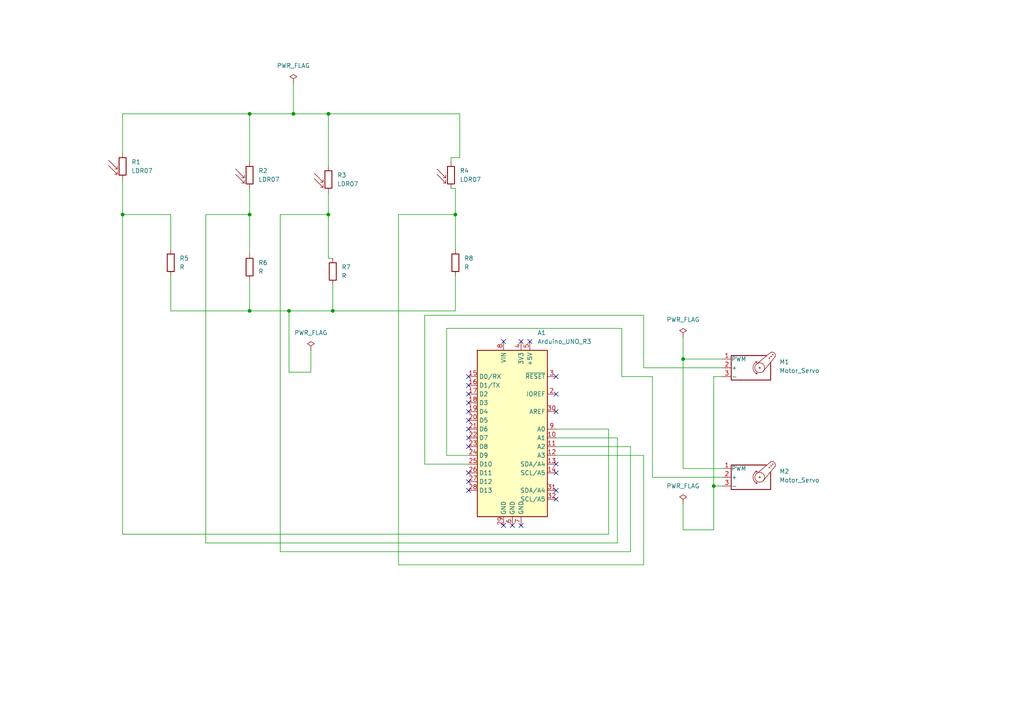
<source format=kicad_sch>
(kicad_sch
	(version 20231120)
	(generator "eeschema")
	(generator_version "8.0")
	(uuid "c1432aaf-7b93-47d0-9cad-4966f71035be")
	(paper "A4")
	(lib_symbols
		(symbol "Device:R"
			(pin_numbers hide)
			(pin_names
				(offset 0)
			)
			(exclude_from_sim no)
			(in_bom yes)
			(on_board yes)
			(property "Reference" "R"
				(at 2.032 0 90)
				(effects
					(font
						(size 1.27 1.27)
					)
				)
			)
			(property "Value" "R"
				(at 0 0 90)
				(effects
					(font
						(size 1.27 1.27)
					)
				)
			)
			(property "Footprint" ""
				(at -1.778 0 90)
				(effects
					(font
						(size 1.27 1.27)
					)
					(hide yes)
				)
			)
			(property "Datasheet" "~"
				(at 0 0 0)
				(effects
					(font
						(size 1.27 1.27)
					)
					(hide yes)
				)
			)
			(property "Description" "Resistor"
				(at 0 0 0)
				(effects
					(font
						(size 1.27 1.27)
					)
					(hide yes)
				)
			)
			(property "ki_keywords" "R res resistor"
				(at 0 0 0)
				(effects
					(font
						(size 1.27 1.27)
					)
					(hide yes)
				)
			)
			(property "ki_fp_filters" "R_*"
				(at 0 0 0)
				(effects
					(font
						(size 1.27 1.27)
					)
					(hide yes)
				)
			)
			(symbol "R_0_1"
				(rectangle
					(start -1.016 -2.54)
					(end 1.016 2.54)
					(stroke
						(width 0.254)
						(type default)
					)
					(fill
						(type none)
					)
				)
			)
			(symbol "R_1_1"
				(pin passive line
					(at 0 3.81 270)
					(length 1.27)
					(name "~"
						(effects
							(font
								(size 1.27 1.27)
							)
						)
					)
					(number "1"
						(effects
							(font
								(size 1.27 1.27)
							)
						)
					)
				)
				(pin passive line
					(at 0 -3.81 90)
					(length 1.27)
					(name "~"
						(effects
							(font
								(size 1.27 1.27)
							)
						)
					)
					(number "2"
						(effects
							(font
								(size 1.27 1.27)
							)
						)
					)
				)
			)
		)
		(symbol "MCU_Module:Arduino_UNO_R3"
			(exclude_from_sim no)
			(in_bom yes)
			(on_board yes)
			(property "Reference" "A"
				(at -10.16 23.495 0)
				(effects
					(font
						(size 1.27 1.27)
					)
					(justify left bottom)
				)
			)
			(property "Value" "Arduino_UNO_R3"
				(at 5.08 -26.67 0)
				(effects
					(font
						(size 1.27 1.27)
					)
					(justify left top)
				)
			)
			(property "Footprint" "Module:Arduino_UNO_R3"
				(at 0 0 0)
				(effects
					(font
						(size 1.27 1.27)
						(italic yes)
					)
					(hide yes)
				)
			)
			(property "Datasheet" "https://www.arduino.cc/en/Main/arduinoBoardUno"
				(at 0 0 0)
				(effects
					(font
						(size 1.27 1.27)
					)
					(hide yes)
				)
			)
			(property "Description" "Arduino UNO Microcontroller Module, release 3"
				(at 0 0 0)
				(effects
					(font
						(size 1.27 1.27)
					)
					(hide yes)
				)
			)
			(property "ki_keywords" "Arduino UNO R3 Microcontroller Module Atmel AVR USB"
				(at 0 0 0)
				(effects
					(font
						(size 1.27 1.27)
					)
					(hide yes)
				)
			)
			(property "ki_fp_filters" "Arduino*UNO*R3*"
				(at 0 0 0)
				(effects
					(font
						(size 1.27 1.27)
					)
					(hide yes)
				)
			)
			(symbol "Arduino_UNO_R3_0_1"
				(rectangle
					(start -10.16 22.86)
					(end 10.16 -25.4)
					(stroke
						(width 0.254)
						(type default)
					)
					(fill
						(type background)
					)
				)
			)
			(symbol "Arduino_UNO_R3_1_1"
				(pin no_connect line
					(at -10.16 -20.32 0)
					(length 2.54) hide
					(name "NC"
						(effects
							(font
								(size 1.27 1.27)
							)
						)
					)
					(number "1"
						(effects
							(font
								(size 1.27 1.27)
							)
						)
					)
				)
				(pin bidirectional line
					(at 12.7 -2.54 180)
					(length 2.54)
					(name "A1"
						(effects
							(font
								(size 1.27 1.27)
							)
						)
					)
					(number "10"
						(effects
							(font
								(size 1.27 1.27)
							)
						)
					)
				)
				(pin bidirectional line
					(at 12.7 -5.08 180)
					(length 2.54)
					(name "A2"
						(effects
							(font
								(size 1.27 1.27)
							)
						)
					)
					(number "11"
						(effects
							(font
								(size 1.27 1.27)
							)
						)
					)
				)
				(pin bidirectional line
					(at 12.7 -7.62 180)
					(length 2.54)
					(name "A3"
						(effects
							(font
								(size 1.27 1.27)
							)
						)
					)
					(number "12"
						(effects
							(font
								(size 1.27 1.27)
							)
						)
					)
				)
				(pin bidirectional line
					(at 12.7 -10.16 180)
					(length 2.54)
					(name "SDA/A4"
						(effects
							(font
								(size 1.27 1.27)
							)
						)
					)
					(number "13"
						(effects
							(font
								(size 1.27 1.27)
							)
						)
					)
				)
				(pin bidirectional line
					(at 12.7 -12.7 180)
					(length 2.54)
					(name "SCL/A5"
						(effects
							(font
								(size 1.27 1.27)
							)
						)
					)
					(number "14"
						(effects
							(font
								(size 1.27 1.27)
							)
						)
					)
				)
				(pin bidirectional line
					(at -12.7 15.24 0)
					(length 2.54)
					(name "D0/RX"
						(effects
							(font
								(size 1.27 1.27)
							)
						)
					)
					(number "15"
						(effects
							(font
								(size 1.27 1.27)
							)
						)
					)
				)
				(pin bidirectional line
					(at -12.7 12.7 0)
					(length 2.54)
					(name "D1/TX"
						(effects
							(font
								(size 1.27 1.27)
							)
						)
					)
					(number "16"
						(effects
							(font
								(size 1.27 1.27)
							)
						)
					)
				)
				(pin bidirectional line
					(at -12.7 10.16 0)
					(length 2.54)
					(name "D2"
						(effects
							(font
								(size 1.27 1.27)
							)
						)
					)
					(number "17"
						(effects
							(font
								(size 1.27 1.27)
							)
						)
					)
				)
				(pin bidirectional line
					(at -12.7 7.62 0)
					(length 2.54)
					(name "D3"
						(effects
							(font
								(size 1.27 1.27)
							)
						)
					)
					(number "18"
						(effects
							(font
								(size 1.27 1.27)
							)
						)
					)
				)
				(pin bidirectional line
					(at -12.7 5.08 0)
					(length 2.54)
					(name "D4"
						(effects
							(font
								(size 1.27 1.27)
							)
						)
					)
					(number "19"
						(effects
							(font
								(size 1.27 1.27)
							)
						)
					)
				)
				(pin output line
					(at 12.7 10.16 180)
					(length 2.54)
					(name "IOREF"
						(effects
							(font
								(size 1.27 1.27)
							)
						)
					)
					(number "2"
						(effects
							(font
								(size 1.27 1.27)
							)
						)
					)
				)
				(pin bidirectional line
					(at -12.7 2.54 0)
					(length 2.54)
					(name "D5"
						(effects
							(font
								(size 1.27 1.27)
							)
						)
					)
					(number "20"
						(effects
							(font
								(size 1.27 1.27)
							)
						)
					)
				)
				(pin bidirectional line
					(at -12.7 0 0)
					(length 2.54)
					(name "D6"
						(effects
							(font
								(size 1.27 1.27)
							)
						)
					)
					(number "21"
						(effects
							(font
								(size 1.27 1.27)
							)
						)
					)
				)
				(pin bidirectional line
					(at -12.7 -2.54 0)
					(length 2.54)
					(name "D7"
						(effects
							(font
								(size 1.27 1.27)
							)
						)
					)
					(number "22"
						(effects
							(font
								(size 1.27 1.27)
							)
						)
					)
				)
				(pin bidirectional line
					(at -12.7 -5.08 0)
					(length 2.54)
					(name "D8"
						(effects
							(font
								(size 1.27 1.27)
							)
						)
					)
					(number "23"
						(effects
							(font
								(size 1.27 1.27)
							)
						)
					)
				)
				(pin bidirectional line
					(at -12.7 -7.62 0)
					(length 2.54)
					(name "D9"
						(effects
							(font
								(size 1.27 1.27)
							)
						)
					)
					(number "24"
						(effects
							(font
								(size 1.27 1.27)
							)
						)
					)
				)
				(pin bidirectional line
					(at -12.7 -10.16 0)
					(length 2.54)
					(name "D10"
						(effects
							(font
								(size 1.27 1.27)
							)
						)
					)
					(number "25"
						(effects
							(font
								(size 1.27 1.27)
							)
						)
					)
				)
				(pin bidirectional line
					(at -12.7 -12.7 0)
					(length 2.54)
					(name "D11"
						(effects
							(font
								(size 1.27 1.27)
							)
						)
					)
					(number "26"
						(effects
							(font
								(size 1.27 1.27)
							)
						)
					)
				)
				(pin bidirectional line
					(at -12.7 -15.24 0)
					(length 2.54)
					(name "D12"
						(effects
							(font
								(size 1.27 1.27)
							)
						)
					)
					(number "27"
						(effects
							(font
								(size 1.27 1.27)
							)
						)
					)
				)
				(pin bidirectional line
					(at -12.7 -17.78 0)
					(length 2.54)
					(name "D13"
						(effects
							(font
								(size 1.27 1.27)
							)
						)
					)
					(number "28"
						(effects
							(font
								(size 1.27 1.27)
							)
						)
					)
				)
				(pin power_in line
					(at -2.54 -27.94 90)
					(length 2.54)
					(name "GND"
						(effects
							(font
								(size 1.27 1.27)
							)
						)
					)
					(number "29"
						(effects
							(font
								(size 1.27 1.27)
							)
						)
					)
				)
				(pin input line
					(at 12.7 15.24 180)
					(length 2.54)
					(name "~{RESET}"
						(effects
							(font
								(size 1.27 1.27)
							)
						)
					)
					(number "3"
						(effects
							(font
								(size 1.27 1.27)
							)
						)
					)
				)
				(pin input line
					(at 12.7 5.08 180)
					(length 2.54)
					(name "AREF"
						(effects
							(font
								(size 1.27 1.27)
							)
						)
					)
					(number "30"
						(effects
							(font
								(size 1.27 1.27)
							)
						)
					)
				)
				(pin bidirectional line
					(at 12.7 -17.78 180)
					(length 2.54)
					(name "SDA/A4"
						(effects
							(font
								(size 1.27 1.27)
							)
						)
					)
					(number "31"
						(effects
							(font
								(size 1.27 1.27)
							)
						)
					)
				)
				(pin bidirectional line
					(at 12.7 -20.32 180)
					(length 2.54)
					(name "SCL/A5"
						(effects
							(font
								(size 1.27 1.27)
							)
						)
					)
					(number "32"
						(effects
							(font
								(size 1.27 1.27)
							)
						)
					)
				)
				(pin power_out line
					(at 2.54 25.4 270)
					(length 2.54)
					(name "3V3"
						(effects
							(font
								(size 1.27 1.27)
							)
						)
					)
					(number "4"
						(effects
							(font
								(size 1.27 1.27)
							)
						)
					)
				)
				(pin power_out line
					(at 5.08 25.4 270)
					(length 2.54)
					(name "+5V"
						(effects
							(font
								(size 1.27 1.27)
							)
						)
					)
					(number "5"
						(effects
							(font
								(size 1.27 1.27)
							)
						)
					)
				)
				(pin power_in line
					(at 0 -27.94 90)
					(length 2.54)
					(name "GND"
						(effects
							(font
								(size 1.27 1.27)
							)
						)
					)
					(number "6"
						(effects
							(font
								(size 1.27 1.27)
							)
						)
					)
				)
				(pin power_in line
					(at 2.54 -27.94 90)
					(length 2.54)
					(name "GND"
						(effects
							(font
								(size 1.27 1.27)
							)
						)
					)
					(number "7"
						(effects
							(font
								(size 1.27 1.27)
							)
						)
					)
				)
				(pin power_in line
					(at -2.54 25.4 270)
					(length 2.54)
					(name "VIN"
						(effects
							(font
								(size 1.27 1.27)
							)
						)
					)
					(number "8"
						(effects
							(font
								(size 1.27 1.27)
							)
						)
					)
				)
				(pin bidirectional line
					(at 12.7 0 180)
					(length 2.54)
					(name "A0"
						(effects
							(font
								(size 1.27 1.27)
							)
						)
					)
					(number "9"
						(effects
							(font
								(size 1.27 1.27)
							)
						)
					)
				)
			)
		)
		(symbol "Motor:Motor_Servo"
			(pin_names
				(offset 0.0254)
			)
			(exclude_from_sim no)
			(in_bom yes)
			(on_board yes)
			(property "Reference" "M"
				(at -5.08 4.445 0)
				(effects
					(font
						(size 1.27 1.27)
					)
					(justify left)
				)
			)
			(property "Value" "Motor_Servo"
				(at -5.08 -4.064 0)
				(effects
					(font
						(size 1.27 1.27)
					)
					(justify left top)
				)
			)
			(property "Footprint" ""
				(at 0 -4.826 0)
				(effects
					(font
						(size 1.27 1.27)
					)
					(hide yes)
				)
			)
			(property "Datasheet" "http://forums.parallax.com/uploads/attachments/46831/74481.png"
				(at 0 -4.826 0)
				(effects
					(font
						(size 1.27 1.27)
					)
					(hide yes)
				)
			)
			(property "Description" "Servo Motor (Futaba, HiTec, JR connector)"
				(at 0 0 0)
				(effects
					(font
						(size 1.27 1.27)
					)
					(hide yes)
				)
			)
			(property "ki_keywords" "Servo Motor"
				(at 0 0 0)
				(effects
					(font
						(size 1.27 1.27)
					)
					(hide yes)
				)
			)
			(property "ki_fp_filters" "PinHeader*P2.54mm*"
				(at 0 0 0)
				(effects
					(font
						(size 1.27 1.27)
					)
					(hide yes)
				)
			)
			(symbol "Motor_Servo_0_1"
				(polyline
					(pts
						(xy 2.413 -1.778) (xy 2.032 -1.778)
					)
					(stroke
						(width 0)
						(type default)
					)
					(fill
						(type none)
					)
				)
				(polyline
					(pts
						(xy 2.413 -1.778) (xy 2.286 -1.397)
					)
					(stroke
						(width 0)
						(type default)
					)
					(fill
						(type none)
					)
				)
				(polyline
					(pts
						(xy 2.413 1.778) (xy 1.905 1.778)
					)
					(stroke
						(width 0)
						(type default)
					)
					(fill
						(type none)
					)
				)
				(polyline
					(pts
						(xy 2.413 1.778) (xy 2.286 1.397)
					)
					(stroke
						(width 0)
						(type default)
					)
					(fill
						(type none)
					)
				)
				(polyline
					(pts
						(xy 6.35 4.445) (xy 2.54 1.27)
					)
					(stroke
						(width 0)
						(type default)
					)
					(fill
						(type none)
					)
				)
				(polyline
					(pts
						(xy 7.62 3.175) (xy 4.191 -1.016)
					)
					(stroke
						(width 0)
						(type default)
					)
					(fill
						(type none)
					)
				)
				(polyline
					(pts
						(xy 5.08 3.556) (xy -5.08 3.556) (xy -5.08 -3.556) (xy 6.35 -3.556) (xy 6.35 1.524)
					)
					(stroke
						(width 0.254)
						(type default)
					)
					(fill
						(type none)
					)
				)
				(arc
					(start 2.413 1.778)
					(mid 1.2406 0)
					(end 2.413 -1.778)
					(stroke
						(width 0)
						(type default)
					)
					(fill
						(type none)
					)
				)
				(circle
					(center 3.175 0)
					(radius 0.1778)
					(stroke
						(width 0)
						(type default)
					)
					(fill
						(type none)
					)
				)
				(circle
					(center 3.175 0)
					(radius 1.4224)
					(stroke
						(width 0)
						(type default)
					)
					(fill
						(type none)
					)
				)
				(circle
					(center 5.969 2.794)
					(radius 0.127)
					(stroke
						(width 0)
						(type default)
					)
					(fill
						(type none)
					)
				)
				(circle
					(center 6.477 3.302)
					(radius 0.127)
					(stroke
						(width 0)
						(type default)
					)
					(fill
						(type none)
					)
				)
				(circle
					(center 6.985 3.81)
					(radius 0.127)
					(stroke
						(width 0)
						(type default)
					)
					(fill
						(type none)
					)
				)
				(arc
					(start 7.62 3.175)
					(mid 7.4485 4.2735)
					(end 6.35 4.445)
					(stroke
						(width 0)
						(type default)
					)
					(fill
						(type none)
					)
				)
			)
			(symbol "Motor_Servo_1_1"
				(pin passive line
					(at -7.62 2.54 0)
					(length 2.54)
					(name "PWM"
						(effects
							(font
								(size 1.27 1.27)
							)
						)
					)
					(number "1"
						(effects
							(font
								(size 1.27 1.27)
							)
						)
					)
				)
				(pin passive line
					(at -7.62 0 0)
					(length 2.54)
					(name "+"
						(effects
							(font
								(size 1.27 1.27)
							)
						)
					)
					(number "2"
						(effects
							(font
								(size 1.27 1.27)
							)
						)
					)
				)
				(pin passive line
					(at -7.62 -2.54 0)
					(length 2.54)
					(name "-"
						(effects
							(font
								(size 1.27 1.27)
							)
						)
					)
					(number "3"
						(effects
							(font
								(size 1.27 1.27)
							)
						)
					)
				)
			)
		)
		(symbol "Sensor_Optical:LDR07"
			(pin_numbers hide)
			(pin_names
				(offset 0)
			)
			(exclude_from_sim no)
			(in_bom yes)
			(on_board yes)
			(property "Reference" "R"
				(at -5.08 0 90)
				(effects
					(font
						(size 1.27 1.27)
					)
				)
			)
			(property "Value" "LDR07"
				(at 1.905 0 90)
				(effects
					(font
						(size 1.27 1.27)
					)
					(justify top)
				)
			)
			(property "Footprint" "OptoDevice:R_LDR_5.1x4.3mm_P3.4mm_Vertical"
				(at 4.445 0 90)
				(effects
					(font
						(size 1.27 1.27)
					)
					(hide yes)
				)
			)
			(property "Datasheet" "http://www.tme.eu/de/Document/f2e3ad76a925811312d226c31da4cd7e/LDR07.pdf"
				(at 0 -1.27 0)
				(effects
					(font
						(size 1.27 1.27)
					)
					(hide yes)
				)
			)
			(property "Description" "light dependent resistor"
				(at 0 0 0)
				(effects
					(font
						(size 1.27 1.27)
					)
					(hide yes)
				)
			)
			(property "ki_keywords" "light dependent photo resistor LDR"
				(at 0 0 0)
				(effects
					(font
						(size 1.27 1.27)
					)
					(hide yes)
				)
			)
			(property "ki_fp_filters" "R*LDR*5.1x4.3mm*P3.4mm*"
				(at 0 0 0)
				(effects
					(font
						(size 1.27 1.27)
					)
					(hide yes)
				)
			)
			(symbol "LDR07_0_1"
				(rectangle
					(start -1.016 2.54)
					(end 1.016 -2.54)
					(stroke
						(width 0.254)
						(type default)
					)
					(fill
						(type none)
					)
				)
				(polyline
					(pts
						(xy -1.524 -2.286) (xy -4.064 0.254)
					)
					(stroke
						(width 0)
						(type default)
					)
					(fill
						(type none)
					)
				)
				(polyline
					(pts
						(xy -1.524 -2.286) (xy -2.286 -2.286)
					)
					(stroke
						(width 0)
						(type default)
					)
					(fill
						(type none)
					)
				)
				(polyline
					(pts
						(xy -1.524 -2.286) (xy -1.524 -1.524)
					)
					(stroke
						(width 0)
						(type default)
					)
					(fill
						(type none)
					)
				)
				(polyline
					(pts
						(xy -1.524 -0.762) (xy -4.064 1.778)
					)
					(stroke
						(width 0)
						(type default)
					)
					(fill
						(type none)
					)
				)
				(polyline
					(pts
						(xy -1.524 -0.762) (xy -2.286 -0.762)
					)
					(stroke
						(width 0)
						(type default)
					)
					(fill
						(type none)
					)
				)
				(polyline
					(pts
						(xy -1.524 -0.762) (xy -1.524 0)
					)
					(stroke
						(width 0)
						(type default)
					)
					(fill
						(type none)
					)
				)
			)
			(symbol "LDR07_1_1"
				(pin passive line
					(at 0 3.81 270)
					(length 1.27)
					(name "~"
						(effects
							(font
								(size 1.27 1.27)
							)
						)
					)
					(number "1"
						(effects
							(font
								(size 1.27 1.27)
							)
						)
					)
				)
				(pin passive line
					(at 0 -3.81 90)
					(length 1.27)
					(name "~"
						(effects
							(font
								(size 1.27 1.27)
							)
						)
					)
					(number "2"
						(effects
							(font
								(size 1.27 1.27)
							)
						)
					)
				)
			)
		)
		(symbol "power:PWR_FLAG"
			(power)
			(pin_numbers hide)
			(pin_names
				(offset 0) hide)
			(exclude_from_sim no)
			(in_bom yes)
			(on_board yes)
			(property "Reference" "#FLG"
				(at 0 1.905 0)
				(effects
					(font
						(size 1.27 1.27)
					)
					(hide yes)
				)
			)
			(property "Value" "PWR_FLAG"
				(at 0 3.81 0)
				(effects
					(font
						(size 1.27 1.27)
					)
				)
			)
			(property "Footprint" ""
				(at 0 0 0)
				(effects
					(font
						(size 1.27 1.27)
					)
					(hide yes)
				)
			)
			(property "Datasheet" "~"
				(at 0 0 0)
				(effects
					(font
						(size 1.27 1.27)
					)
					(hide yes)
				)
			)
			(property "Description" "Special symbol for telling ERC where power comes from"
				(at 0 0 0)
				(effects
					(font
						(size 1.27 1.27)
					)
					(hide yes)
				)
			)
			(property "ki_keywords" "flag power"
				(at 0 0 0)
				(effects
					(font
						(size 1.27 1.27)
					)
					(hide yes)
				)
			)
			(symbol "PWR_FLAG_0_0"
				(pin power_out line
					(at 0 0 90)
					(length 0)
					(name "~"
						(effects
							(font
								(size 1.27 1.27)
							)
						)
					)
					(number "1"
						(effects
							(font
								(size 1.27 1.27)
							)
						)
					)
				)
			)
			(symbol "PWR_FLAG_0_1"
				(polyline
					(pts
						(xy 0 0) (xy 0 1.27) (xy -1.016 1.905) (xy 0 2.54) (xy 1.016 1.905) (xy 0 1.27)
					)
					(stroke
						(width 0)
						(type default)
					)
					(fill
						(type none)
					)
				)
			)
		)
	)
	(junction
		(at 132.08 62.23)
		(diameter 0)
		(color 0 0 0 0)
		(uuid "001c3157-5112-41f9-86db-a689c864db51")
	)
	(junction
		(at 83.82 90.17)
		(diameter 0)
		(color 0 0 0 0)
		(uuid "09adf6af-f9e7-4171-81a2-b8b36f741e08")
	)
	(junction
		(at 85.09 33.02)
		(diameter 0)
		(color 0 0 0 0)
		(uuid "4f852d37-054e-47a6-ab5e-c596695ab644")
	)
	(junction
		(at 198.12 104.14)
		(diameter 0)
		(color 0 0 0 0)
		(uuid "5df7a542-9482-4aaa-b498-ba7e891e84a8")
	)
	(junction
		(at 35.56 62.23)
		(diameter 0)
		(color 0 0 0 0)
		(uuid "6b96cc30-90bf-410f-a9af-18e8596048d8")
	)
	(junction
		(at 72.39 33.02)
		(diameter 0)
		(color 0 0 0 0)
		(uuid "a5203849-80f8-43ec-b9f7-0d7c2ffb74c9")
	)
	(junction
		(at 96.52 90.17)
		(diameter 0)
		(color 0 0 0 0)
		(uuid "b3cc2bb9-d1c8-4a47-a140-5a4e84123dd3")
	)
	(junction
		(at 72.39 62.23)
		(diameter 0)
		(color 0 0 0 0)
		(uuid "b73a5e93-d6b8-43a9-800a-11a4fc17ebb6")
	)
	(junction
		(at 207.01 140.97)
		(diameter 0)
		(color 0 0 0 0)
		(uuid "bec54f3f-be1f-4eaa-8997-950b3971a78c")
	)
	(junction
		(at 95.25 33.02)
		(diameter 0)
		(color 0 0 0 0)
		(uuid "c67c5f9e-8376-4b75-a384-7dc81fbfb597")
	)
	(junction
		(at 95.25 62.23)
		(diameter 0)
		(color 0 0 0 0)
		(uuid "e875f4c3-808b-4a65-a184-d45d825710e3")
	)
	(junction
		(at 72.39 90.17)
		(diameter 0)
		(color 0 0 0 0)
		(uuid "f988936b-0c04-4bf8-a922-8b9103bc3d89")
	)
	(no_connect
		(at 146.05 99.06)
		(uuid "05032c5b-f703-4941-97ef-973703a081fe")
	)
	(no_connect
		(at 135.89 111.76)
		(uuid "05e324c6-e73c-4ac9-89e2-4bdfc98296b0")
	)
	(no_connect
		(at 135.89 127)
		(uuid "121c5182-63e2-49a7-a7af-b44e69dcb699")
	)
	(no_connect
		(at 135.89 139.7)
		(uuid "14e607a5-418a-4dde-a9b2-5f4715b4046e")
	)
	(no_connect
		(at 135.89 114.3)
		(uuid "1f35a3ac-eeb1-40b7-a7f2-7c18bcd8ad11")
	)
	(no_connect
		(at 135.89 121.92)
		(uuid "230147b5-cb31-474b-8c5c-400c32687f07")
	)
	(no_connect
		(at 161.29 109.22)
		(uuid "24457736-5bfd-4ba4-b4db-c968bc253e2d")
	)
	(no_connect
		(at 161.29 137.16)
		(uuid "27d6dab1-00cf-46d0-88fc-caf723565b68")
	)
	(no_connect
		(at 161.29 142.24)
		(uuid "36d3a0f8-7022-4c0f-9418-ec9dd771e425")
	)
	(no_connect
		(at 161.29 144.78)
		(uuid "36d51c17-99c8-46a8-8991-220c1b65b3d9")
	)
	(no_connect
		(at 153.67 99.06)
		(uuid "397436ff-21a1-418e-a5d9-67fa5923ea17")
	)
	(no_connect
		(at 135.89 109.22)
		(uuid "3f0b6f62-49b4-489a-aa46-6cae7b508673")
	)
	(no_connect
		(at 146.05 152.4)
		(uuid "71f06bd3-523e-406e-8b67-47a68703181d")
	)
	(no_connect
		(at 135.89 142.24)
		(uuid "8045bd89-7e2c-4ee5-be30-315161e91d59")
	)
	(no_connect
		(at 135.89 124.46)
		(uuid "8fc03f93-3a23-4f48-a94d-b0284805dfbe")
	)
	(no_connect
		(at 161.29 114.3)
		(uuid "9e074ca1-662c-46f1-b29a-d502eb3b1f5a")
	)
	(no_connect
		(at 135.89 137.16)
		(uuid "a354ea4b-516d-4f6f-8066-a4234daa8157")
	)
	(no_connect
		(at 135.89 119.38)
		(uuid "abf991fb-ef13-4d85-a0fb-11e373806c17")
	)
	(no_connect
		(at 151.13 99.06)
		(uuid "ad65843b-0ae1-4fac-a893-5f38d9bc5ecc")
	)
	(no_connect
		(at 135.89 116.84)
		(uuid "b4b9a019-d03d-4b80-9caa-6ba107500e53")
	)
	(no_connect
		(at 135.89 129.54)
		(uuid "d292f81f-bc51-4ce0-ad8f-cd5f815fd709")
	)
	(no_connect
		(at 151.13 152.4)
		(uuid "dc36f358-9415-40a3-b779-335a677364cd")
	)
	(no_connect
		(at 161.29 134.62)
		(uuid "e547cd78-5cec-44fe-b773-9f80624d2aab")
	)
	(no_connect
		(at 161.29 119.38)
		(uuid "ec904af0-0d48-4bd5-b4c1-21eeb1b88ce0")
	)
	(no_connect
		(at 148.59 152.4)
		(uuid "f6de9e8d-f5fa-4dfe-8fc0-c465e83e9b7f")
	)
	(wire
		(pts
			(xy 180.34 109.22) (xy 180.34 95.25)
		)
		(stroke
			(width 0)
			(type default)
		)
		(uuid "0073661f-e23d-45ea-b5fe-3c25e1d5cb7a")
	)
	(wire
		(pts
			(xy 132.08 62.23) (xy 132.08 72.39)
		)
		(stroke
			(width 0)
			(type default)
		)
		(uuid "021d7b8f-232c-4b7d-ad8b-61d182c4aef3")
	)
	(wire
		(pts
			(xy 189.23 138.43) (xy 189.23 109.22)
		)
		(stroke
			(width 0)
			(type default)
		)
		(uuid "04cfaf2d-c656-4318-bcd7-51ffd2026a32")
	)
	(wire
		(pts
			(xy 132.08 90.17) (xy 132.08 80.01)
		)
		(stroke
			(width 0)
			(type default)
		)
		(uuid "08239dbd-841a-4643-b4df-f056e9bfa583")
	)
	(wire
		(pts
			(xy 72.39 54.61) (xy 72.39 62.23)
		)
		(stroke
			(width 0)
			(type default)
		)
		(uuid "0b526de5-9445-4fbc-bc53-5a3027ca8621")
	)
	(wire
		(pts
			(xy 209.55 135.89) (xy 198.12 135.89)
		)
		(stroke
			(width 0)
			(type default)
		)
		(uuid "0f973ff9-616e-43ba-88f4-2efc2c475993")
	)
	(wire
		(pts
			(xy 198.12 97.79) (xy 198.12 104.14)
		)
		(stroke
			(width 0)
			(type default)
		)
		(uuid "10b91f35-e9f5-49bc-9b1e-08d1f0069de4")
	)
	(wire
		(pts
			(xy 132.08 62.23) (xy 115.57 62.23)
		)
		(stroke
			(width 0)
			(type default)
		)
		(uuid "14168315-2117-499b-8fa0-29bf1e5236d3")
	)
	(wire
		(pts
			(xy 207.01 140.97) (xy 207.01 153.67)
		)
		(stroke
			(width 0)
			(type default)
		)
		(uuid "17f13bd4-2c4c-4ed2-9739-6ce80a1aacaf")
	)
	(wire
		(pts
			(xy 115.57 163.83) (xy 186.69 163.83)
		)
		(stroke
			(width 0)
			(type default)
		)
		(uuid "17fa1798-3ac8-44f3-923a-76441471a512")
	)
	(wire
		(pts
			(xy 83.82 90.17) (xy 96.52 90.17)
		)
		(stroke
			(width 0)
			(type default)
		)
		(uuid "258be2d6-0f0a-4eab-b2e5-12ca5e2b3079")
	)
	(wire
		(pts
			(xy 83.82 107.95) (xy 90.17 107.95)
		)
		(stroke
			(width 0)
			(type default)
		)
		(uuid "26866188-8690-48f8-a582-3eb91fe4ada4")
	)
	(wire
		(pts
			(xy 49.53 80.01) (xy 49.53 90.17)
		)
		(stroke
			(width 0)
			(type default)
		)
		(uuid "285bf145-de0b-434f-be02-33f0fba2dab3")
	)
	(wire
		(pts
			(xy 123.19 91.44) (xy 123.19 134.62)
		)
		(stroke
			(width 0)
			(type default)
		)
		(uuid "2929a605-de85-4ed7-9fb7-9b34bdbf7c9f")
	)
	(wire
		(pts
			(xy 198.12 135.89) (xy 198.12 104.14)
		)
		(stroke
			(width 0)
			(type default)
		)
		(uuid "2ca6fa78-b736-4813-ac40-b7f0c3455fc4")
	)
	(wire
		(pts
			(xy 96.52 82.55) (xy 96.52 90.17)
		)
		(stroke
			(width 0)
			(type default)
		)
		(uuid "2e0dd953-8219-49f2-99ac-8a3355e2a4a9")
	)
	(wire
		(pts
			(xy 85.09 24.13) (xy 85.09 33.02)
		)
		(stroke
			(width 0)
			(type default)
		)
		(uuid "3b55e677-5916-4e4b-9f40-e398a031c96e")
	)
	(wire
		(pts
			(xy 35.56 62.23) (xy 35.56 154.94)
		)
		(stroke
			(width 0)
			(type default)
		)
		(uuid "3cd7f853-288e-4aad-b21a-b42875a92ad9")
	)
	(wire
		(pts
			(xy 35.56 62.23) (xy 49.53 62.23)
		)
		(stroke
			(width 0)
			(type default)
		)
		(uuid "4748b016-3d0a-491f-8275-7675a8178cc1")
	)
	(wire
		(pts
			(xy 35.56 154.94) (xy 176.53 154.94)
		)
		(stroke
			(width 0)
			(type default)
		)
		(uuid "4fc1d2d8-1911-4acf-9aed-41bba9f4320a")
	)
	(wire
		(pts
			(xy 115.57 62.23) (xy 115.57 163.83)
		)
		(stroke
			(width 0)
			(type default)
		)
		(uuid "51e3ed6c-16dc-4192-9373-03608314c06f")
	)
	(wire
		(pts
			(xy 123.19 134.62) (xy 135.89 134.62)
		)
		(stroke
			(width 0)
			(type default)
		)
		(uuid "56db6c55-eeef-4302-96ab-7df0f4c17dd7")
	)
	(wire
		(pts
			(xy 186.69 106.68) (xy 186.69 91.44)
		)
		(stroke
			(width 0)
			(type default)
		)
		(uuid "5cb6a5e4-397a-4624-a505-933a7562c2f9")
	)
	(wire
		(pts
			(xy 72.39 62.23) (xy 72.39 73.66)
		)
		(stroke
			(width 0)
			(type default)
		)
		(uuid "5d740a3d-27fd-40cf-8f35-8c4d52780485")
	)
	(wire
		(pts
			(xy 189.23 109.22) (xy 180.34 109.22)
		)
		(stroke
			(width 0)
			(type default)
		)
		(uuid "606f0b00-eea8-4940-89ca-dd9d3588e56b")
	)
	(wire
		(pts
			(xy 72.39 33.02) (xy 72.39 46.99)
		)
		(stroke
			(width 0)
			(type default)
		)
		(uuid "6230e8bb-bd0d-4207-ad10-b2a5d47b17c8")
	)
	(wire
		(pts
			(xy 35.56 52.07) (xy 35.56 62.23)
		)
		(stroke
			(width 0)
			(type default)
		)
		(uuid "6308dac2-ed60-43d5-8e7a-95eb60b656d9")
	)
	(wire
		(pts
			(xy 209.55 138.43) (xy 189.23 138.43)
		)
		(stroke
			(width 0)
			(type default)
		)
		(uuid "63192e4f-f679-456d-93e4-406f06d21ac9")
	)
	(wire
		(pts
			(xy 72.39 81.28) (xy 72.39 90.17)
		)
		(stroke
			(width 0)
			(type default)
		)
		(uuid "63f26afd-e5c8-420b-b2a6-6c4d338cf7ed")
	)
	(wire
		(pts
			(xy 49.53 90.17) (xy 72.39 90.17)
		)
		(stroke
			(width 0)
			(type default)
		)
		(uuid "641c9039-9a46-4b95-8490-8ee191715936")
	)
	(wire
		(pts
			(xy 132.08 54.61) (xy 130.81 54.61)
		)
		(stroke
			(width 0)
			(type default)
		)
		(uuid "66bf6228-2e63-4c58-bbbe-386d1ab09a48")
	)
	(wire
		(pts
			(xy 72.39 33.02) (xy 85.09 33.02)
		)
		(stroke
			(width 0)
			(type default)
		)
		(uuid "6b1f0968-a855-4c35-b0e5-6a62bb1f1c97")
	)
	(wire
		(pts
			(xy 182.88 129.54) (xy 161.29 129.54)
		)
		(stroke
			(width 0)
			(type default)
		)
		(uuid "6dd7ecba-2f61-4129-b12a-0257b4f8890a")
	)
	(wire
		(pts
			(xy 209.55 109.22) (xy 207.01 109.22)
		)
		(stroke
			(width 0)
			(type default)
		)
		(uuid "7c29d8d3-bf2f-4d70-8124-3be05dc81d9e")
	)
	(wire
		(pts
			(xy 59.69 157.48) (xy 179.07 157.48)
		)
		(stroke
			(width 0)
			(type default)
		)
		(uuid "83f93201-5d35-42b0-aae3-088f0c924b75")
	)
	(wire
		(pts
			(xy 35.56 33.02) (xy 72.39 33.02)
		)
		(stroke
			(width 0)
			(type default)
		)
		(uuid "88c67d19-89aa-4399-84db-03c3b23a76de")
	)
	(wire
		(pts
			(xy 133.35 33.02) (xy 133.35 45.72)
		)
		(stroke
			(width 0)
			(type default)
		)
		(uuid "8959e291-d340-408b-9cca-1a8321f835cb")
	)
	(wire
		(pts
			(xy 81.28 62.23) (xy 81.28 160.02)
		)
		(stroke
			(width 0)
			(type default)
		)
		(uuid "8b068837-f4e1-4232-a197-efe8b7742418")
	)
	(wire
		(pts
			(xy 49.53 62.23) (xy 49.53 72.39)
		)
		(stroke
			(width 0)
			(type default)
		)
		(uuid "8fcbf2e4-8360-46fe-a211-6a4ea4b0b11e")
	)
	(wire
		(pts
			(xy 186.69 132.08) (xy 161.29 132.08)
		)
		(stroke
			(width 0)
			(type default)
		)
		(uuid "9064602b-3cdc-4a01-b6d5-d162537cf4e1")
	)
	(wire
		(pts
			(xy 96.52 90.17) (xy 132.08 90.17)
		)
		(stroke
			(width 0)
			(type default)
		)
		(uuid "920f2715-d4be-44a7-b388-b39b29b7bd95")
	)
	(wire
		(pts
			(xy 85.09 33.02) (xy 95.25 33.02)
		)
		(stroke
			(width 0)
			(type default)
		)
		(uuid "9291c412-20ec-45ce-8a1e-01f7c8ad4616")
	)
	(wire
		(pts
			(xy 176.53 154.94) (xy 176.53 124.46)
		)
		(stroke
			(width 0)
			(type default)
		)
		(uuid "993e150a-3ce8-49bc-a44f-8debf799636a")
	)
	(wire
		(pts
			(xy 130.81 45.72) (xy 130.81 46.99)
		)
		(stroke
			(width 0)
			(type default)
		)
		(uuid "9b7158f7-6dc4-4075-9e6d-7e2b4065a64c")
	)
	(wire
		(pts
			(xy 176.53 124.46) (xy 161.29 124.46)
		)
		(stroke
			(width 0)
			(type default)
		)
		(uuid "9c9df199-ff60-43ab-89d5-a1f22b60c0c8")
	)
	(wire
		(pts
			(xy 95.25 33.02) (xy 133.35 33.02)
		)
		(stroke
			(width 0)
			(type default)
		)
		(uuid "a112e54a-12a7-440e-b90f-57d10b2f9180")
	)
	(wire
		(pts
			(xy 95.25 62.23) (xy 81.28 62.23)
		)
		(stroke
			(width 0)
			(type default)
		)
		(uuid "a146cf76-9f63-420e-855f-2f1b7dd0eb96")
	)
	(wire
		(pts
			(xy 81.28 160.02) (xy 182.88 160.02)
		)
		(stroke
			(width 0)
			(type default)
		)
		(uuid "a6fec88b-ba56-488b-a2ab-c43bb7e5f0c1")
	)
	(wire
		(pts
			(xy 59.69 62.23) (xy 59.69 157.48)
		)
		(stroke
			(width 0)
			(type default)
		)
		(uuid "ae3a824d-8c50-4498-a266-4b256bbae8b1")
	)
	(wire
		(pts
			(xy 180.34 95.25) (xy 129.54 95.25)
		)
		(stroke
			(width 0)
			(type default)
		)
		(uuid "af5f9443-3b47-4f01-b79b-f466168f45ef")
	)
	(wire
		(pts
			(xy 132.08 54.61) (xy 132.08 62.23)
		)
		(stroke
			(width 0)
			(type default)
		)
		(uuid "b042c50a-fca0-4942-9314-c68c15bfbf75")
	)
	(wire
		(pts
			(xy 209.55 106.68) (xy 186.69 106.68)
		)
		(stroke
			(width 0)
			(type default)
		)
		(uuid "b1905917-57aa-4522-8477-180cc8706e29")
	)
	(wire
		(pts
			(xy 179.07 157.48) (xy 179.07 127)
		)
		(stroke
			(width 0)
			(type default)
		)
		(uuid "b26c3a51-badf-449a-9bb5-a729408ec859")
	)
	(wire
		(pts
			(xy 209.55 140.97) (xy 207.01 140.97)
		)
		(stroke
			(width 0)
			(type default)
		)
		(uuid "ba1ab167-7e1c-4002-9c81-1f6f22129fe9")
	)
	(wire
		(pts
			(xy 90.17 107.95) (xy 90.17 101.6)
		)
		(stroke
			(width 0)
			(type default)
		)
		(uuid "c0f9e80d-f612-4b74-9bb4-21a9c762fa08")
	)
	(wire
		(pts
			(xy 198.12 146.05) (xy 198.12 153.67)
		)
		(stroke
			(width 0)
			(type default)
		)
		(uuid "c12e20e1-8588-4ebc-b80c-3599d3ea5f2a")
	)
	(wire
		(pts
			(xy 186.69 91.44) (xy 123.19 91.44)
		)
		(stroke
			(width 0)
			(type default)
		)
		(uuid "c205b50d-63b3-4e5b-bcad-4a95177a3e52")
	)
	(wire
		(pts
			(xy 182.88 160.02) (xy 182.88 129.54)
		)
		(stroke
			(width 0)
			(type default)
		)
		(uuid "c231299a-f6ba-4c98-9c05-9086c2195463")
	)
	(wire
		(pts
			(xy 207.01 109.22) (xy 207.01 140.97)
		)
		(stroke
			(width 0)
			(type default)
		)
		(uuid "c3c5b023-161c-4f03-957d-0f824a79d8a8")
	)
	(wire
		(pts
			(xy 95.25 55.88) (xy 95.25 62.23)
		)
		(stroke
			(width 0)
			(type default)
		)
		(uuid "c65fa5c8-1c9e-4933-9378-86ad620a747e")
	)
	(wire
		(pts
			(xy 207.01 153.67) (xy 198.12 153.67)
		)
		(stroke
			(width 0)
			(type default)
		)
		(uuid "c802a481-0231-4566-bb98-dba1e5a1b2f6")
	)
	(wire
		(pts
			(xy 129.54 95.25) (xy 129.54 132.08)
		)
		(stroke
			(width 0)
			(type default)
		)
		(uuid "c93930ec-d3c4-438b-97fb-46d7b9f27af8")
	)
	(wire
		(pts
			(xy 209.55 104.14) (xy 198.12 104.14)
		)
		(stroke
			(width 0)
			(type default)
		)
		(uuid "d3754576-c560-45ab-a25d-0ab5d45b4f1d")
	)
	(wire
		(pts
			(xy 72.39 90.17) (xy 83.82 90.17)
		)
		(stroke
			(width 0)
			(type default)
		)
		(uuid "d8a85919-1289-4b75-8a23-c25e42715640")
	)
	(wire
		(pts
			(xy 95.25 74.93) (xy 96.52 74.93)
		)
		(stroke
			(width 0)
			(type default)
		)
		(uuid "db118ce4-bfde-4b17-af24-82748e9a1bd3")
	)
	(wire
		(pts
			(xy 35.56 44.45) (xy 35.56 33.02)
		)
		(stroke
			(width 0)
			(type default)
		)
		(uuid "ded8a3a2-9b8a-4c3f-8dd1-0f82e308109c")
	)
	(wire
		(pts
			(xy 95.25 62.23) (xy 95.25 74.93)
		)
		(stroke
			(width 0)
			(type default)
		)
		(uuid "e0fd3d1f-3c7c-4ef3-bfee-f8e4bfed7b74")
	)
	(wire
		(pts
			(xy 83.82 90.17) (xy 83.82 107.95)
		)
		(stroke
			(width 0)
			(type default)
		)
		(uuid "e40b12b6-2e86-474b-8e25-eb4b1da6e950")
	)
	(wire
		(pts
			(xy 179.07 127) (xy 161.29 127)
		)
		(stroke
			(width 0)
			(type default)
		)
		(uuid "efd0cba6-2d5e-423d-9cb3-9b8a2702b391")
	)
	(wire
		(pts
			(xy 133.35 45.72) (xy 130.81 45.72)
		)
		(stroke
			(width 0)
			(type default)
		)
		(uuid "f11c5f76-c0fb-446f-a2de-2ee1429d4cb6")
	)
	(wire
		(pts
			(xy 95.25 33.02) (xy 95.25 48.26)
		)
		(stroke
			(width 0)
			(type default)
		)
		(uuid "f1f19409-8a1c-4464-af99-ef83d6e20768")
	)
	(wire
		(pts
			(xy 72.39 62.23) (xy 59.69 62.23)
		)
		(stroke
			(width 0)
			(type default)
		)
		(uuid "f1fae55d-1e78-4f88-b4a1-9dca0aee4f3d")
	)
	(wire
		(pts
			(xy 129.54 132.08) (xy 135.89 132.08)
		)
		(stroke
			(width 0)
			(type default)
		)
		(uuid "fc10ad90-3edc-4e0e-9dab-b23affd17d12")
	)
	(wire
		(pts
			(xy 186.69 163.83) (xy 186.69 132.08)
		)
		(stroke
			(width 0)
			(type default)
		)
		(uuid "fd402886-1fd5-4e1d-b865-7a00f41b84d7")
	)
	(symbol
		(lib_id "power:PWR_FLAG")
		(at 198.12 97.79 0)
		(unit 1)
		(exclude_from_sim no)
		(in_bom yes)
		(on_board yes)
		(dnp no)
		(fields_autoplaced yes)
		(uuid "031464b9-e812-402a-a51e-6e1cbf85112b")
		(property "Reference" "#FLG04"
			(at 198.12 95.885 0)
			(effects
				(font
					(size 1.27 1.27)
				)
				(hide yes)
			)
		)
		(property "Value" "PWR_FLAG"
			(at 198.12 92.71 0)
			(effects
				(font
					(size 1.27 1.27)
				)
			)
		)
		(property "Footprint" ""
			(at 198.12 97.79 0)
			(effects
				(font
					(size 1.27 1.27)
				)
				(hide yes)
			)
		)
		(property "Datasheet" "~"
			(at 198.12 97.79 0)
			(effects
				(font
					(size 1.27 1.27)
				)
				(hide yes)
			)
		)
		(property "Description" "Special symbol for telling ERC where power comes from"
			(at 198.12 97.79 0)
			(effects
				(font
					(size 1.27 1.27)
				)
				(hide yes)
			)
		)
		(pin "1"
			(uuid "252ef489-e738-4e48-b132-73539ca2716d")
		)
		(instances
			(project ""
				(path "/c1432aaf-7b93-47d0-9cad-4966f71035be"
					(reference "#FLG04")
					(unit 1)
				)
			)
		)
	)
	(symbol
		(lib_id "MCU_Module:Arduino_UNO_R3")
		(at 148.59 124.46 0)
		(unit 1)
		(exclude_from_sim no)
		(in_bom yes)
		(on_board yes)
		(dnp no)
		(fields_autoplaced yes)
		(uuid "08fd6817-40d5-42a4-8ba6-4b60e3b49391")
		(property "Reference" "A1"
			(at 155.8641 96.52 0)
			(effects
				(font
					(size 1.27 1.27)
				)
				(justify left)
			)
		)
		(property "Value" "Arduino_UNO_R3"
			(at 155.8641 99.06 0)
			(effects
				(font
					(size 1.27 1.27)
				)
				(justify left)
			)
		)
		(property "Footprint" "Module:Arduino_UNO_R3"
			(at 148.59 124.46 0)
			(effects
				(font
					(size 1.27 1.27)
					(italic yes)
				)
				(hide yes)
			)
		)
		(property "Datasheet" "https://www.arduino.cc/en/Main/arduinoBoardUno"
			(at 148.59 124.46 0)
			(effects
				(font
					(size 1.27 1.27)
				)
				(hide yes)
			)
		)
		(property "Description" "Arduino UNO Microcontroller Module, release 3"
			(at 148.59 124.46 0)
			(effects
				(font
					(size 1.27 1.27)
				)
				(hide yes)
			)
		)
		(pin "24"
			(uuid "6ec7a5de-adbb-4fa7-ac33-61d27559837b")
		)
		(pin "1"
			(uuid "0794f3f6-8907-411e-b278-81e24471b915")
		)
		(pin "19"
			(uuid "3e892af6-0e31-45d3-8db6-b4927d9da84c")
		)
		(pin "31"
			(uuid "32b6b9f9-ea54-4d11-a1b9-c5c74f543487")
		)
		(pin "30"
			(uuid "8c8fb686-4eaa-40f6-a634-522ed77b0236")
		)
		(pin "3"
			(uuid "8ecb3930-9160-48f4-a64d-246584e2a119")
		)
		(pin "10"
			(uuid "0d639933-15df-4912-ba9c-0b977fa0e410")
		)
		(pin "18"
			(uuid "17c9705b-4f43-4697-9f0c-7d9543936765")
		)
		(pin "12"
			(uuid "4a8d761d-ed6b-4c6d-bfbd-87980d0d1a3c")
		)
		(pin "27"
			(uuid "fcb6e6f9-acbc-44c4-a110-67e08b56868d")
		)
		(pin "2"
			(uuid "1a88c6ad-2137-4de4-9851-2d48858a7ab2")
		)
		(pin "20"
			(uuid "14363712-fdda-49ba-ac5f-549b4dd7f480")
		)
		(pin "17"
			(uuid "dc15e55c-f1f0-4853-855b-8e6f0254b2ac")
		)
		(pin "7"
			(uuid "80504a63-27a6-4498-9956-bf7c82efe93e")
		)
		(pin "22"
			(uuid "cb66fa37-a43b-4365-b7d3-3dccada404db")
		)
		(pin "28"
			(uuid "9875c259-c1b4-440c-97ed-9996ee3c30c8")
		)
		(pin "8"
			(uuid "92428e34-c874-4d9c-a38d-625c652533b0")
		)
		(pin "15"
			(uuid "1cc37465-c10c-4f81-96db-a436359c7928")
		)
		(pin "23"
			(uuid "86945745-680c-4c4f-bc78-25887b839c7e")
		)
		(pin "29"
			(uuid "4ce82196-479f-453d-a39a-065fd5ae77f4")
		)
		(pin "32"
			(uuid "c20b22aa-25bb-468f-bb42-659bdba539ca")
		)
		(pin "5"
			(uuid "dd6555f0-3eb9-4914-8e8e-94e24f72ac03")
		)
		(pin "21"
			(uuid "688e4f57-919d-443a-bbe5-fe75ccc77509")
		)
		(pin "16"
			(uuid "61bd70d9-e404-4657-b1ae-04282f897971")
		)
		(pin "6"
			(uuid "d3d0c999-b687-43b8-81c4-309aa813d1bc")
		)
		(pin "13"
			(uuid "6b8bfdbb-66dd-4610-93ea-31118f1fae95")
		)
		(pin "26"
			(uuid "418f6988-93d7-473a-8ff2-a00bdbe5b10c")
		)
		(pin "14"
			(uuid "c23a9fee-0d33-4a13-b4d7-f9cfdef8e07b")
		)
		(pin "25"
			(uuid "185a21fe-383a-433c-96ad-d2e0dbc93c23")
		)
		(pin "11"
			(uuid "b6b1cc5e-60f3-447a-a961-a6bb5f83f246")
		)
		(pin "4"
			(uuid "f8333f40-453d-4ad6-8dff-2550e4d8e5b5")
		)
		(pin "9"
			(uuid "cebc55cb-ff6b-41c2-8597-ab4e1c42ca16")
		)
		(instances
			(project ""
				(path "/c1432aaf-7b93-47d0-9cad-4966f71035be"
					(reference "A1")
					(unit 1)
				)
			)
		)
	)
	(symbol
		(lib_id "Device:R")
		(at 132.08 76.2 0)
		(unit 1)
		(exclude_from_sim no)
		(in_bom yes)
		(on_board yes)
		(dnp no)
		(fields_autoplaced yes)
		(uuid "34124928-9031-480b-9d3b-95a59d7ad2dc")
		(property "Reference" "R8"
			(at 134.62 74.9299 0)
			(effects
				(font
					(size 1.27 1.27)
				)
				(justify left)
			)
		)
		(property "Value" "R"
			(at 134.62 77.4699 0)
			(effects
				(font
					(size 1.27 1.27)
				)
				(justify left)
			)
		)
		(property "Footprint" "Resistor_THT:R_Axial_DIN0309_L9.0mm_D3.2mm_P15.24mm_Horizontal"
			(at 130.302 76.2 90)
			(effects
				(font
					(size 1.27 1.27)
				)
				(hide yes)
			)
		)
		(property "Datasheet" "~"
			(at 132.08 76.2 0)
			(effects
				(font
					(size 1.27 1.27)
				)
				(hide yes)
			)
		)
		(property "Description" "Resistor"
			(at 132.08 76.2 0)
			(effects
				(font
					(size 1.27 1.27)
				)
				(hide yes)
			)
		)
		(pin "1"
			(uuid "07f6cdb3-ccf0-4cfa-b519-dabcb5244de4")
		)
		(pin "2"
			(uuid "9bf36694-c7d7-48dd-bfcb-e74e8b16ff8e")
		)
		(instances
			(project "trackking solar"
				(path "/c1432aaf-7b93-47d0-9cad-4966f71035be"
					(reference "R8")
					(unit 1)
				)
			)
		)
	)
	(symbol
		(lib_id "Sensor_Optical:LDR07")
		(at 35.56 48.26 0)
		(unit 1)
		(exclude_from_sim no)
		(in_bom yes)
		(on_board yes)
		(dnp no)
		(fields_autoplaced yes)
		(uuid "51047301-f433-48e5-8e9a-8f275f74a12d")
		(property "Reference" "R1"
			(at 38.1 46.9899 0)
			(effects
				(font
					(size 1.27 1.27)
				)
				(justify left)
			)
		)
		(property "Value" "LDR07"
			(at 38.1 49.5299 0)
			(effects
				(font
					(size 1.27 1.27)
				)
				(justify left)
			)
		)
		(property "Footprint" "OptoDevice:R_LDR_5.1x4.3mm_P3.4mm_Vertical"
			(at 40.005 48.26 90)
			(effects
				(font
					(size 1.27 1.27)
				)
				(hide yes)
			)
		)
		(property "Datasheet" "http://www.tme.eu/de/Document/f2e3ad76a925811312d226c31da4cd7e/LDR07.pdf"
			(at 35.56 49.53 0)
			(effects
				(font
					(size 1.27 1.27)
				)
				(hide yes)
			)
		)
		(property "Description" "light dependent resistor"
			(at 35.56 48.26 0)
			(effects
				(font
					(size 1.27 1.27)
				)
				(hide yes)
			)
		)
		(pin "2"
			(uuid "3e0a2972-25dc-436e-b09b-425defc6bb0f")
		)
		(pin "1"
			(uuid "81d6b9c0-9f4c-47cb-8aaf-250755bf48e6")
		)
		(instances
			(project ""
				(path "/c1432aaf-7b93-47d0-9cad-4966f71035be"
					(reference "R1")
					(unit 1)
				)
			)
		)
	)
	(symbol
		(lib_id "power:PWR_FLAG")
		(at 90.17 101.6 0)
		(unit 1)
		(exclude_from_sim no)
		(in_bom yes)
		(on_board yes)
		(dnp no)
		(fields_autoplaced yes)
		(uuid "6439731b-3b20-47b3-9cda-4874b3365c58")
		(property "Reference" "#FLG01"
			(at 90.17 99.695 0)
			(effects
				(font
					(size 1.27 1.27)
				)
				(hide yes)
			)
		)
		(property "Value" "PWR_FLAG"
			(at 90.17 96.52 0)
			(effects
				(font
					(size 1.27 1.27)
				)
			)
		)
		(property "Footprint" ""
			(at 90.17 101.6 0)
			(effects
				(font
					(size 1.27 1.27)
				)
				(hide yes)
			)
		)
		(property "Datasheet" "~"
			(at 90.17 101.6 0)
			(effects
				(font
					(size 1.27 1.27)
				)
				(hide yes)
			)
		)
		(property "Description" "Special symbol for telling ERC where power comes from"
			(at 90.17 101.6 0)
			(effects
				(font
					(size 1.27 1.27)
				)
				(hide yes)
			)
		)
		(pin "1"
			(uuid "79c389dc-b5fe-4d3f-8324-122a6fa32737")
		)
		(instances
			(project ""
				(path "/c1432aaf-7b93-47d0-9cad-4966f71035be"
					(reference "#FLG01")
					(unit 1)
				)
			)
		)
	)
	(symbol
		(lib_id "Sensor_Optical:LDR07")
		(at 130.81 50.8 0)
		(unit 1)
		(exclude_from_sim no)
		(in_bom yes)
		(on_board yes)
		(dnp no)
		(fields_autoplaced yes)
		(uuid "6935362f-c7c9-426a-b62b-8c2cd3dfd224")
		(property "Reference" "R4"
			(at 133.35 49.5299 0)
			(effects
				(font
					(size 1.27 1.27)
				)
				(justify left)
			)
		)
		(property "Value" "LDR07"
			(at 133.35 52.0699 0)
			(effects
				(font
					(size 1.27 1.27)
				)
				(justify left)
			)
		)
		(property "Footprint" "OptoDevice:R_LDR_5.1x4.3mm_P3.4mm_Vertical"
			(at 135.255 50.8 90)
			(effects
				(font
					(size 1.27 1.27)
				)
				(hide yes)
			)
		)
		(property "Datasheet" "http://www.tme.eu/de/Document/f2e3ad76a925811312d226c31da4cd7e/LDR07.pdf"
			(at 130.81 52.07 0)
			(effects
				(font
					(size 1.27 1.27)
				)
				(hide yes)
			)
		)
		(property "Description" "light dependent resistor"
			(at 130.81 50.8 0)
			(effects
				(font
					(size 1.27 1.27)
				)
				(hide yes)
			)
		)
		(pin "2"
			(uuid "f3376d92-0148-4283-9f65-bf5b8e70e0da")
		)
		(pin "1"
			(uuid "6ab95dfd-ac94-4bbf-b632-a5a773d67bd4")
		)
		(instances
			(project "trackking solar"
				(path "/c1432aaf-7b93-47d0-9cad-4966f71035be"
					(reference "R4")
					(unit 1)
				)
			)
		)
	)
	(symbol
		(lib_id "Motor:Motor_Servo")
		(at 217.17 138.43 0)
		(unit 1)
		(exclude_from_sim no)
		(in_bom yes)
		(on_board yes)
		(dnp no)
		(fields_autoplaced yes)
		(uuid "85369b59-0402-4e5e-8008-58e46e7de35e")
		(property "Reference" "M2"
			(at 226.06 136.7265 0)
			(effects
				(font
					(size 1.27 1.27)
				)
				(justify left)
			)
		)
		(property "Value" "Motor_Servo"
			(at 226.06 139.2665 0)
			(effects
				(font
					(size 1.27 1.27)
				)
				(justify left)
			)
		)
		(property "Footprint" "Motors:Vybronics_VZ30C1T8219732L"
			(at 217.17 143.256 0)
			(effects
				(font
					(size 1.27 1.27)
				)
				(hide yes)
			)
		)
		(property "Datasheet" "http://forums.parallax.com/uploads/attachments/46831/74481.png"
			(at 217.17 143.256 0)
			(effects
				(font
					(size 1.27 1.27)
				)
				(hide yes)
			)
		)
		(property "Description" "Servo Motor (Futaba, HiTec, JR connector)"
			(at 217.17 138.43 0)
			(effects
				(font
					(size 1.27 1.27)
				)
				(hide yes)
			)
		)
		(pin "3"
			(uuid "91d54673-409b-471f-9418-a613e594b2d2")
		)
		(pin "2"
			(uuid "7849e119-ad80-4476-8d64-a10c7a16cb67")
		)
		(pin "1"
			(uuid "0cb4e188-3709-4e86-8984-71901cc2c14e")
		)
		(instances
			(project "trackking solar"
				(path "/c1432aaf-7b93-47d0-9cad-4966f71035be"
					(reference "M2")
					(unit 1)
				)
			)
		)
	)
	(symbol
		(lib_id "Device:R")
		(at 49.53 76.2 0)
		(unit 1)
		(exclude_from_sim no)
		(in_bom yes)
		(on_board yes)
		(dnp no)
		(fields_autoplaced yes)
		(uuid "95f8a9a5-03d0-49d9-a214-d788438de04b")
		(property "Reference" "R5"
			(at 52.07 74.9299 0)
			(effects
				(font
					(size 1.27 1.27)
				)
				(justify left)
			)
		)
		(property "Value" "R"
			(at 52.07 77.4699 0)
			(effects
				(font
					(size 1.27 1.27)
				)
				(justify left)
			)
		)
		(property "Footprint" "Resistor_THT:R_Axial_DIN0309_L9.0mm_D3.2mm_P15.24mm_Horizontal"
			(at 47.752 76.2 90)
			(effects
				(font
					(size 1.27 1.27)
				)
				(hide yes)
			)
		)
		(property "Datasheet" "~"
			(at 49.53 76.2 0)
			(effects
				(font
					(size 1.27 1.27)
				)
				(hide yes)
			)
		)
		(property "Description" "Resistor"
			(at 49.53 76.2 0)
			(effects
				(font
					(size 1.27 1.27)
				)
				(hide yes)
			)
		)
		(pin "1"
			(uuid "5a3bfc2d-2731-4c1a-8327-45d153296d3a")
		)
		(pin "2"
			(uuid "5adfd162-1c98-41c6-a680-348176ac3a2c")
		)
		(instances
			(project ""
				(path "/c1432aaf-7b93-47d0-9cad-4966f71035be"
					(reference "R5")
					(unit 1)
				)
			)
		)
	)
	(symbol
		(lib_id "Sensor_Optical:LDR07")
		(at 72.39 50.8 0)
		(unit 1)
		(exclude_from_sim no)
		(in_bom yes)
		(on_board yes)
		(dnp no)
		(fields_autoplaced yes)
		(uuid "995d5f16-ba95-4d71-a6b3-7964a6015baf")
		(property "Reference" "R2"
			(at 74.93 49.5299 0)
			(effects
				(font
					(size 1.27 1.27)
				)
				(justify left)
			)
		)
		(property "Value" "LDR07"
			(at 74.93 52.0699 0)
			(effects
				(font
					(size 1.27 1.27)
				)
				(justify left)
			)
		)
		(property "Footprint" "OptoDevice:R_LDR_5.1x4.3mm_P3.4mm_Vertical"
			(at 76.835 50.8 90)
			(effects
				(font
					(size 1.27 1.27)
				)
				(hide yes)
			)
		)
		(property "Datasheet" "http://www.tme.eu/de/Document/f2e3ad76a925811312d226c31da4cd7e/LDR07.pdf"
			(at 72.39 52.07 0)
			(effects
				(font
					(size 1.27 1.27)
				)
				(hide yes)
			)
		)
		(property "Description" "light dependent resistor"
			(at 72.39 50.8 0)
			(effects
				(font
					(size 1.27 1.27)
				)
				(hide yes)
			)
		)
		(pin "2"
			(uuid "e3217287-83bc-4fb3-882c-d6ac13c04d11")
		)
		(pin "1"
			(uuid "f54eea67-7829-4e99-9160-d7ec4fa61f9c")
		)
		(instances
			(project ""
				(path "/c1432aaf-7b93-47d0-9cad-4966f71035be"
					(reference "R2")
					(unit 1)
				)
			)
		)
	)
	(symbol
		(lib_id "Device:R")
		(at 96.52 78.74 0)
		(unit 1)
		(exclude_from_sim no)
		(in_bom yes)
		(on_board yes)
		(dnp no)
		(fields_autoplaced yes)
		(uuid "b02d156c-e93c-4870-9bdd-2488e7a90b09")
		(property "Reference" "R7"
			(at 99.06 77.4699 0)
			(effects
				(font
					(size 1.27 1.27)
				)
				(justify left)
			)
		)
		(property "Value" "R"
			(at 99.06 80.0099 0)
			(effects
				(font
					(size 1.27 1.27)
				)
				(justify left)
			)
		)
		(property "Footprint" "Resistor_THT:R_Axial_DIN0309_L9.0mm_D3.2mm_P15.24mm_Horizontal"
			(at 94.742 78.74 90)
			(effects
				(font
					(size 1.27 1.27)
				)
				(hide yes)
			)
		)
		(property "Datasheet" "~"
			(at 96.52 78.74 0)
			(effects
				(font
					(size 1.27 1.27)
				)
				(hide yes)
			)
		)
		(property "Description" "Resistor"
			(at 96.52 78.74 0)
			(effects
				(font
					(size 1.27 1.27)
				)
				(hide yes)
			)
		)
		(pin "1"
			(uuid "0db6e9db-d40e-4c7a-956b-aaebcaf15859")
		)
		(pin "2"
			(uuid "0f5f7a50-8478-4601-8720-01d047b9734e")
		)
		(instances
			(project "trackking solar"
				(path "/c1432aaf-7b93-47d0-9cad-4966f71035be"
					(reference "R7")
					(unit 1)
				)
			)
		)
	)
	(symbol
		(lib_id "Device:R")
		(at 72.39 77.47 0)
		(unit 1)
		(exclude_from_sim no)
		(in_bom yes)
		(on_board yes)
		(dnp no)
		(fields_autoplaced yes)
		(uuid "bdbdc7ce-ba83-45e8-9797-9b0ad61360c4")
		(property "Reference" "R6"
			(at 74.93 76.1999 0)
			(effects
				(font
					(size 1.27 1.27)
				)
				(justify left)
			)
		)
		(property "Value" "R"
			(at 74.93 78.7399 0)
			(effects
				(font
					(size 1.27 1.27)
				)
				(justify left)
			)
		)
		(property "Footprint" "Resistor_THT:R_Axial_DIN0309_L9.0mm_D3.2mm_P15.24mm_Horizontal"
			(at 70.612 77.47 90)
			(effects
				(font
					(size 1.27 1.27)
				)
				(hide yes)
			)
		)
		(property "Datasheet" "~"
			(at 72.39 77.47 0)
			(effects
				(font
					(size 1.27 1.27)
				)
				(hide yes)
			)
		)
		(property "Description" "Resistor"
			(at 72.39 77.47 0)
			(effects
				(font
					(size 1.27 1.27)
				)
				(hide yes)
			)
		)
		(pin "1"
			(uuid "786760b6-49a1-469b-9bda-2e475211642f")
		)
		(pin "2"
			(uuid "1cc84d43-a4a6-401d-bc77-8caa9c91d756")
		)
		(instances
			(project "trackking solar"
				(path "/c1432aaf-7b93-47d0-9cad-4966f71035be"
					(reference "R6")
					(unit 1)
				)
			)
		)
	)
	(symbol
		(lib_id "Motor:Motor_Servo")
		(at 217.17 106.68 0)
		(unit 1)
		(exclude_from_sim no)
		(in_bom yes)
		(on_board yes)
		(dnp no)
		(fields_autoplaced yes)
		(uuid "c9de3dd8-73b2-4cd3-a26c-e155a25db1cf")
		(property "Reference" "M1"
			(at 226.06 104.9765 0)
			(effects
				(font
					(size 1.27 1.27)
				)
				(justify left)
			)
		)
		(property "Value" "Motor_Servo"
			(at 226.06 107.5165 0)
			(effects
				(font
					(size 1.27 1.27)
				)
				(justify left)
			)
		)
		(property "Footprint" "Motors:Vybronics_VZ30C1T8219732L"
			(at 217.17 111.506 0)
			(effects
				(font
					(size 1.27 1.27)
				)
				(hide yes)
			)
		)
		(property "Datasheet" "http://forums.parallax.com/uploads/attachments/46831/74481.png"
			(at 217.17 111.506 0)
			(effects
				(font
					(size 1.27 1.27)
				)
				(hide yes)
			)
		)
		(property "Description" "Servo Motor (Futaba, HiTec, JR connector)"
			(at 217.17 106.68 0)
			(effects
				(font
					(size 1.27 1.27)
				)
				(hide yes)
			)
		)
		(pin "3"
			(uuid "e92f21fd-d5a5-434a-9759-8dd6860ba9ce")
		)
		(pin "2"
			(uuid "2b6b3d06-0467-4309-a0f1-f06101cfbdfa")
		)
		(pin "1"
			(uuid "288f5869-b512-44bc-92e2-031cccc44685")
		)
		(instances
			(project ""
				(path "/c1432aaf-7b93-47d0-9cad-4966f71035be"
					(reference "M1")
					(unit 1)
				)
			)
		)
	)
	(symbol
		(lib_id "Sensor_Optical:LDR07")
		(at 95.25 52.07 0)
		(unit 1)
		(exclude_from_sim no)
		(in_bom yes)
		(on_board yes)
		(dnp no)
		(fields_autoplaced yes)
		(uuid "d8dcaf9f-9d79-49f7-b8d8-57657a55206b")
		(property "Reference" "R3"
			(at 97.79 50.7999 0)
			(effects
				(font
					(size 1.27 1.27)
				)
				(justify left)
			)
		)
		(property "Value" "LDR07"
			(at 97.79 53.3399 0)
			(effects
				(font
					(size 1.27 1.27)
				)
				(justify left)
			)
		)
		(property "Footprint" "OptoDevice:R_LDR_5.1x4.3mm_P3.4mm_Vertical"
			(at 99.695 52.07 90)
			(effects
				(font
					(size 1.27 1.27)
				)
				(hide yes)
			)
		)
		(property "Datasheet" "http://www.tme.eu/de/Document/f2e3ad76a925811312d226c31da4cd7e/LDR07.pdf"
			(at 95.25 53.34 0)
			(effects
				(font
					(size 1.27 1.27)
				)
				(hide yes)
			)
		)
		(property "Description" "light dependent resistor"
			(at 95.25 52.07 0)
			(effects
				(font
					(size 1.27 1.27)
				)
				(hide yes)
			)
		)
		(pin "2"
			(uuid "cdc23008-6224-49e6-96d6-5dc205f2ddda")
		)
		(pin "1"
			(uuid "e35cf3a7-3add-4806-8803-752c85a557f2")
		)
		(instances
			(project "trackking solar"
				(path "/c1432aaf-7b93-47d0-9cad-4966f71035be"
					(reference "R3")
					(unit 1)
				)
			)
		)
	)
	(symbol
		(lib_id "power:PWR_FLAG")
		(at 85.09 24.13 0)
		(unit 1)
		(exclude_from_sim no)
		(in_bom yes)
		(on_board yes)
		(dnp no)
		(fields_autoplaced yes)
		(uuid "f264f57c-5270-4fcb-a86a-587d5a069a53")
		(property "Reference" "#FLG03"
			(at 85.09 22.225 0)
			(effects
				(font
					(size 1.27 1.27)
				)
				(hide yes)
			)
		)
		(property "Value" "PWR_FLAG"
			(at 85.09 19.05 0)
			(effects
				(font
					(size 1.27 1.27)
				)
			)
		)
		(property "Footprint" ""
			(at 85.09 24.13 0)
			(effects
				(font
					(size 1.27 1.27)
				)
				(hide yes)
			)
		)
		(property "Datasheet" "~"
			(at 85.09 24.13 0)
			(effects
				(font
					(size 1.27 1.27)
				)
				(hide yes)
			)
		)
		(property "Description" "Special symbol for telling ERC where power comes from"
			(at 85.09 24.13 0)
			(effects
				(font
					(size 1.27 1.27)
				)
				(hide yes)
			)
		)
		(pin "1"
			(uuid "3181e6dd-63ce-4aec-bd29-cf5b03da5c9d")
		)
		(instances
			(project ""
				(path "/c1432aaf-7b93-47d0-9cad-4966f71035be"
					(reference "#FLG03")
					(unit 1)
				)
			)
		)
	)
	(symbol
		(lib_id "power:PWR_FLAG")
		(at 198.12 146.05 0)
		(unit 1)
		(exclude_from_sim no)
		(in_bom yes)
		(on_board yes)
		(dnp no)
		(fields_autoplaced yes)
		(uuid "f3e26457-8492-4276-a3df-3ae3286d6f79")
		(property "Reference" "#FLG02"
			(at 198.12 144.145 0)
			(effects
				(font
					(size 1.27 1.27)
				)
				(hide yes)
			)
		)
		(property "Value" "PWR_FLAG"
			(at 198.12 140.97 0)
			(effects
				(font
					(size 1.27 1.27)
				)
			)
		)
		(property "Footprint" ""
			(at 198.12 146.05 0)
			(effects
				(font
					(size 1.27 1.27)
				)
				(hide yes)
			)
		)
		(property "Datasheet" "~"
			(at 198.12 146.05 0)
			(effects
				(font
					(size 1.27 1.27)
				)
				(hide yes)
			)
		)
		(property "Description" "Special symbol for telling ERC where power comes from"
			(at 198.12 146.05 0)
			(effects
				(font
					(size 1.27 1.27)
				)
				(hide yes)
			)
		)
		(pin "1"
			(uuid "e6feecdf-7c22-4b83-95a4-9f01b0877ff5")
		)
		(instances
			(project ""
				(path "/c1432aaf-7b93-47d0-9cad-4966f71035be"
					(reference "#FLG02")
					(unit 1)
				)
			)
		)
	)
	(sheet_instances
		(path "/"
			(page "1")
		)
	)
)

</source>
